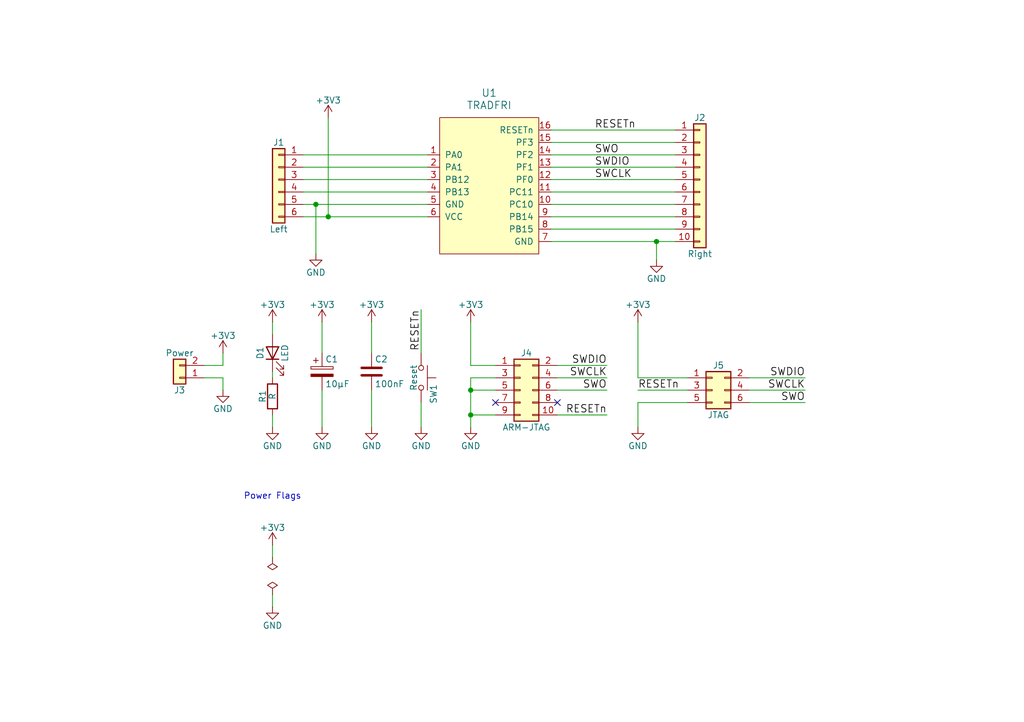
<source format=kicad_sch>
(kicad_sch (version 20231120) (generator "eeschema") (generator_version "8.0")
  (paper "User" 210.007 148.006)
  (lib_symbols
    (symbol "Connector_Generic:Conn_01x02" (pin_names (offset 1.016) hide)
      (property "Reference" "J" (at 0 2.54 0))
      (property "Value" "Conn_01x02" (at 0 -5.08 0))
      (symbol "Conn_01x02_1_1"
        (rectangle (start -1.27 -2.413) (end 0 -2.667) (stroke (width 0.1524)))
        (rectangle (start -1.27 0.127) (end 0 -0.127) (stroke (width 0.1524)))
        (rectangle (start -1.27 1.27) (end 1.27 -3.81) (stroke (width 0.254)) (fill (type background)))
        (pin passive line (at -5.08 0 0) (length 3.81) (name "Pin_1") (number "1"))
        (pin passive line (at -5.08 -2.54 0) (length 3.81) (name "Pin_2") (number "2"))
      )
    )
    (symbol "Connector_Generic:Conn_01x06" (pin_names (offset 1.016) hide)
      (property "Reference" "J" (at 0 7.62 0))
      (property "Value" "Conn_01x06" (at 0 -10.16 0))
      (symbol "Conn_01x06_1_1"
        (rectangle (start -1.27 -7.493) (end 0 -7.747) (stroke (width 0.1524)))
        (rectangle (start -1.27 -4.953) (end 0 -5.207) (stroke (width 0.1524)))
        (rectangle (start -1.27 -2.413) (end 0 -2.667) (stroke (width 0.1524)))
        (rectangle (start -1.27 0.127) (end 0 -0.127) (stroke (width 0.1524)))
        (rectangle (start -1.27 2.667) (end 0 2.413) (stroke (width 0.1524)))
        (rectangle (start -1.27 5.207) (end 0 4.953) (stroke (width 0.1524)))
        (rectangle (start -1.27 6.35) (end 1.27 -8.89) (stroke (width 0.254)) (fill (type background)))
        (pin passive line (at -5.08 5.08 0) (length 3.81) (name "Pin_1") (number "1"))
        (pin passive line (at -5.08 2.54 0) (length 3.81) (name "Pin_2") (number "2"))
        (pin passive line (at -5.08 0 0) (length 3.81) (name "Pin_3") (number "3"))
        (pin passive line (at -5.08 -2.54 0) (length 3.81) (name "Pin_4") (number "4"))
        (pin passive line (at -5.08 -5.08 0) (length 3.81) (name "Pin_5") (number "5"))
        (pin passive line (at -5.08 -7.62 0) (length 3.81) (name "Pin_6") (number "6"))
      )
    )
    (symbol "Connector_Generic:Conn_01x10" (pin_names (offset 1.016) hide)
      (property "Reference" "J" (at 0 12.7 0))
      (property "Value" "Conn_01x10" (at 0 -15.24 0))
      (symbol "Conn_01x10_1_1"
        (rectangle (start -1.27 -12.573) (end 0 -12.827) (stroke (width 0.1524)))
        (rectangle (start -1.27 -10.033) (end 0 -10.287) (stroke (width 0.1524)))
        (rectangle (start -1.27 -7.493) (end 0 -7.747) (stroke (width 0.1524)))
        (rectangle (start -1.27 -4.953) (end 0 -5.207) (stroke (width 0.1524)))
        (rectangle (start -1.27 -2.413) (end 0 -2.667) (stroke (width 0.1524)))
        (rectangle (start -1.27 0.127) (end 0 -0.127) (stroke (width 0.1524)))
        (rectangle (start -1.27 2.667) (end 0 2.413) (stroke (width 0.1524)))
        (rectangle (start -1.27 5.207) (end 0 4.953) (stroke (width 0.1524)))
        (rectangle (start -1.27 7.747) (end 0 7.493) (stroke (width 0.1524)))
        (rectangle (start -1.27 10.287) (end 0 10.033) (stroke (width 0.1524)))
        (rectangle (start -1.27 11.43) (end 1.27 -13.97) (stroke (width 0.254)) (fill (type background)))
        (pin passive line (at -5.08 10.16 0) (length 3.81) (name "Pin_1") (number "1"))
        (pin passive line (at -5.08 -12.7 0) (length 3.81) (name "Pin_10") (number "10"))
        (pin passive line (at -5.08 7.62 0) (length 3.81) (name "Pin_2") (number "2"))
        (pin passive line (at -5.08 5.08 0) (length 3.81) (name "Pin_3") (number "3"))
        (pin passive line (at -5.08 2.54 0) (length 3.81) (name "Pin_4") (number "4"))
        (pin passive line (at -5.08 0 0) (length 3.81) (name "Pin_5") (number "5"))
        (pin passive line (at -5.08 -2.54 0) (length 3.81) (name "Pin_6") (number "6"))
        (pin passive line (at -5.08 -5.08 0) (length 3.81) (name "Pin_7") (number "7"))
        (pin passive line (at -5.08 -7.62 0) (length 3.81) (name "Pin_8") (number "8"))
        (pin passive line (at -5.08 -10.16 0) (length 3.81) (name "Pin_9") (number "9"))
      )
    )
    (symbol "Connector_Generic:Conn_02x03_Odd_Even" (pin_names (offset 1.016) hide)
      (property "Reference" "J" (at 1.27 5.08 0))
      (property "Value" "Conn_02x03_Odd_Even" (at 1.27 -5.08 0))
      (symbol "Conn_02x03_Odd_Even_1_1"
        (rectangle (start -1.27 -2.413) (end 0 -2.667) (stroke (width 0.1524)))
        (rectangle (start -1.27 0.127) (end 0 -0.127) (stroke (width 0.1524)))
        (rectangle (start -1.27 2.667) (end 0 2.413) (stroke (width 0.1524)))
        (rectangle (start -1.27 3.81) (end 3.81 -3.81) (stroke (width 0.254)) (fill (type background)))
        (rectangle (start 3.81 -2.413) (end 2.54 -2.667) (stroke (width 0.1524)))
        (rectangle (start 3.81 0.127) (end 2.54 -0.127) (stroke (width 0.1524)))
        (rectangle (start 3.81 2.667) (end 2.54 2.413) (stroke (width 0.1524)))
        (pin passive line (at -5.08 2.54 0) (length 3.81) (name "Pin_1") (number "1"))
        (pin passive line (at 7.62 2.54 180) (length 3.81) (name "Pin_2") (number "2"))
        (pin passive line (at -5.08 0 0) (length 3.81) (name "Pin_3") (number "3"))
        (pin passive line (at 7.62 0 180) (length 3.81) (name "Pin_4") (number "4"))
        (pin passive line (at -5.08 -2.54 0) (length 3.81) (name "Pin_5") (number "5"))
        (pin passive line (at 7.62 -2.54 180) (length 3.81) (name "Pin_6") (number "6"))
      )
    )
    (symbol "Connector_Generic:Conn_02x05_Odd_Even" (pin_names (offset 1.016) hide)
      (property "Reference" "J" (at 1.27 7.62 0))
      (property "Value" "Conn_02x05_Odd_Even" (at 1.27 -7.62 0))
      (symbol "Conn_02x05_Odd_Even_1_1"
        (rectangle (start -1.27 -4.953) (end 0 -5.207) (stroke (width 0.1524)))
        (rectangle (start -1.27 -2.413) (end 0 -2.667) (stroke (width 0.1524)))
        (rectangle (start -1.27 0.127) (end 0 -0.127) (stroke (width 0.1524)))
        (rectangle (start -1.27 2.667) (end 0 2.413) (stroke (width 0.1524)))
        (rectangle (start -1.27 5.207) (end 0 4.953) (stroke (width 0.1524)))
        (rectangle (start -1.27 6.35) (end 3.81 -6.35) (stroke (width 0.254)) (fill (type background)))
        (rectangle (start 3.81 -4.953) (end 2.54 -5.207) (stroke (width 0.1524)))
        (rectangle (start 3.81 -2.413) (end 2.54 -2.667) (stroke (width 0.1524)))
        (rectangle (start 3.81 0.127) (end 2.54 -0.127) (stroke (width 0.1524)))
        (rectangle (start 3.81 2.667) (end 2.54 2.413) (stroke (width 0.1524)))
        (rectangle (start 3.81 5.207) (end 2.54 4.953) (stroke (width 0.1524)))
        (pin passive line (at -5.08 5.08 0) (length 3.81) (name "Pin_1") (number "1"))
        (pin passive line (at 7.62 -5.08 180) (length 3.81) (name "Pin_10") (number "10"))
        (pin passive line (at 7.62 5.08 180) (length 3.81) (name "Pin_2") (number "2"))
        (pin passive line (at -5.08 2.54 0) (length 3.81) (name "Pin_3") (number "3"))
        (pin passive line (at 7.62 2.54 180) (length 3.81) (name "Pin_4") (number "4"))
        (pin passive line (at -5.08 0 0) (length 3.81) (name "Pin_5") (number "5"))
        (pin passive line (at 7.62 0 180) (length 3.81) (name "Pin_6") (number "6"))
        (pin passive line (at -5.08 -2.54 0) (length 3.81) (name "Pin_7") (number "7"))
        (pin passive line (at 7.62 -2.54 180) (length 3.81) (name "Pin_8") (number "8"))
        (pin passive line (at -5.08 -5.08 0) (length 3.81) (name "Pin_9") (number "9"))
      )
    )
    (symbol "Device:C" (pin_numbers hide) (pin_names (offset 0.254))
      (property "Reference" "C" (at 0.635 2.54 0))
      (property "Value" "C" (at 0.635 -2.54 0))
      (symbol "C_0_1"
        (polyline (pts (xy -2.032 -0.762) (xy 2.032 -0.762)) (stroke (width 0.508)))
        (polyline (pts (xy -2.032 0.762) (xy 2.032 0.762)) (stroke (width 0.508)))
      )
      (symbol "C_1_1"
        (pin passive line (at 0 3.81 270) (length 2.794) (name "~") (number "1"))
        (pin passive line (at 0 -3.81 90) (length 2.794) (name "~") (number "2"))
      )
    )
    (symbol "Device:C_Polarized" (pin_numbers hide) (pin_names (offset 0.254))
      (property "Reference" "C" (at 0.635 2.54 0))
      (property "Value" "C_Polarized" (at 0.635 -2.54 0))
      (symbol "C_Polarized_0_1"
        (rectangle (start -2.286 0.508) (end 2.286 1.016))
        (polyline (pts (xy -1.778 2.286) (xy -0.762 2.286)))
        (polyline (pts (xy -1.27 2.794) (xy -1.27 1.778)))
        (rectangle (start 2.286 -0.508) (end -2.286 -1.016) (fill (type outline)))
      )
      (symbol "C_Polarized_1_1"
        (pin passive line (at 0 3.81 270) (length 2.794) (name "~") (number "1"))
        (pin passive line (at 0 -3.81 90) (length 2.794) (name "~") (number "2"))
      )
    )
    (symbol "Device:LED" (pin_numbers hide) (pin_names (offset 1.016) hide)
      (property "Reference" "D" (at 0 2.54 0))
      (property "Value" "LED" (at 0 -2.54 0))
      (symbol "LED_0_1"
        (polyline (pts (xy -1.27 -1.27) (xy -1.27 1.27)) (stroke (width 0.254)))
        (polyline (pts (xy -1.27 0) (xy 1.27 0)))
        (polyline (pts (xy 1.27 -1.27) (xy 1.27 1.27) (xy -1.27 0) (xy 1.27 -1.27)) (stroke (width 0.254)))
        (polyline (pts (xy -3.048 -0.762) (xy -4.572 -2.286) (xy -3.81 -2.286) (xy -4.572 -2.286) (xy -4.572 -1.524)))
        (polyline (pts (xy -1.778 -0.762) (xy -3.302 -2.286) (xy -2.54 -2.286) (xy -3.302 -2.286) (xy -3.302 -1.524)))
      )
      (symbol "LED_1_1"
        (pin passive line (at -3.81 0 0) (length 2.54) (name "K") (number "1"))
        (pin passive line (at 3.81 0 180) (length 2.54) (name "A") (number "2"))
      )
    )
    (symbol "Device:R" (pin_numbers hide) (pin_names (offset 0))
      (property "Reference" "R" (at 2.032 0 90))
      (property "Value" "R" (at 0 0 90))
      (symbol "R_0_1"
        (rectangle (start -1.016 -2.54) (end 1.016 2.54) (stroke (width 0.254)))
      )
      (symbol "R_1_1"
        (pin passive line (at 0 3.81 270) (length 1.27) (name "~") (number "1"))
        (pin passive line (at 0 -3.81 90) (length 1.27) (name "~") (number "2"))
      )
    )
    (symbol "Switch:SW_Push" (pin_numbers hide) (pin_names (offset 1.016) hide)
      (property "Reference" "SW" (at 1.27 2.54 0))
      (property "Value" "SW_Push" (at 0 -1.524 0))
      (symbol "SW_Push_0_1"
        (circle (center -2.032 0) (radius 0.508))
        (polyline (pts (xy 0 1.27) (xy 0 3.048)))
        (polyline (pts (xy 2.54 1.27) (xy -2.54 1.27)))
        (circle (center 2.032 0) (radius 0.508))
        (pin passive line (at -5.08 0 0) (length 2.54) (name "1") (number "1"))
        (pin passive line (at 5.08 0 180) (length 2.54) (name "2") (number "2"))
      )
    )
    (symbol "ikea:TRADFRI" (pin_names (offset 1.016))
      (property "Reference" "U" (at -12.7 8.89 0))
      (property "Value" "TRADFRI" (at 0 8.89 0))
      (symbol "TRADFRI_1_1"
        (rectangle (start -15.24 7.62) (end 5.08 -20.32) (fill (type background)))
        (pin passive line (at -17.78 0 0) (length 2.54) (name "PA0") (number "1"))
        (pin passive line (at 7.62 -10.16 180) (length 2.54) (name "PC10") (number "10"))
        (pin passive line (at 7.62 -7.62 180) (length 2.54) (name "PC11") (number "11"))
        (pin passive line (at 7.62 -5.08 180) (length 2.54) (name "PF0") (number "12"))
        (pin passive line (at 7.62 -2.54 180) (length 2.54) (name "PF1") (number "13"))
        (pin passive line (at 7.62 0 180) (length 2.54) (name "PF2") (number "14"))
        (pin passive line (at 7.62 2.54 180) (length 2.54) (name "PF3") (number "15"))
        (pin passive line (at 7.62 5.08 180) (length 2.54) (name "RESETn") (number "16"))
        (pin passive line (at -17.78 -2.54 0) (length 2.54) (name "PA1") (number "2"))
        (pin passive line (at -17.78 -5.08 0) (length 2.54) (name "PB12") (number "3"))
        (pin passive line (at -17.78 -7.62 0) (length 2.54) (name "PB13") (number "4"))
        (pin power_in line (at -17.78 -10.16 0) (length 2.54) (name "GND") (number "5"))
        (pin power_in line (at -17.78 -12.7 0) (length 2.54) (name "VCC") (number "6"))
        (pin power_in line (at 7.62 -17.78 180) (length 2.54) (name "GND") (number "7"))
        (pin passive line (at 7.62 -15.24 180) (length 2.54) (name "PB15") (number "8"))
        (pin passive line (at 7.62 -12.7 180) (length 2.54) (name "PB14") (number "9"))
      )
    )
    (symbol "power:+3V3" (power) (pin_numbers hide) (pin_names (offset 0) hide)
      (property "Value" "+3V3" (at 0 3.556 0))
      (symbol "+3V3_0_1"
        (polyline (pts (xy -0.762 1.27) (xy 0 2.54)))
        (polyline (pts (xy 0 0) (xy 0 2.54)))
        (polyline (pts (xy 0 2.54) (xy 0.762 1.27)))
      )
      (symbol "+3V3_1_1"
        (pin power_in line (at 0 0 90) (length 0) (name "~") (number "1"))
      )
    )
    (symbol "power:GND" (power) (pin_numbers hide) (pin_names (offset 0) hide)
      (property "Value" "GND" (at 0 -3.81 0))
      (symbol "GND_0_1"
        (polyline (pts (xy 0 0) (xy 0 -1.27) (xy 1.27 -1.27) (xy 0 -2.54) (xy -1.27 -1.27) (xy 0 -1.27)))
      )
      (symbol "GND_1_1"
        (pin power_in line (at 0 0 270) (length 0) (name "~") (number "1"))
      )
    )
    (symbol "power:PWR_FLAG" (power) (pin_numbers hide) (pin_names (offset 0) hide)
      (property "Value" "PWR_FLAG" (at 0 3.81 0))
      (symbol "PWR_FLAG_0_0"
        (pin power_out line (at 0 0 90) (length 0) (name "~") (number "1"))
      )
      (symbol "PWR_FLAG_0_1"
        (polyline (pts (xy 0 0) (xy 0 1.27) (xy -1.016 1.905) (xy 0 2.54) (xy 1.016 1.905) (xy 0 1.27)))
      )
    )
  )
  (junction (at 67.31 44.45))
  (junction (at 96.52 80.01))
  (junction (at 96.52 85.09))
  (junction (at 64.77 41.91))
  (junction (at 134.62 49.53))
  (no_connect (at 114.3 82.55))
  (no_connect (at 101.6 82.55))
  (wire (pts (xy 55.88 121.92) (xy 55.88 124.46)))
  (wire (pts (xy 96.52 77.47) (xy 101.6 77.47)))
  (wire (pts (xy 130.81 80.01) (xy 140.97 80.01)))
  (wire (pts (xy 114.3 77.47) (xy 124.46 77.47)))
  (wire (pts (xy 62.23 31.75) (xy 87.63 31.75)))
  (wire (pts (xy 66.04 80.01) (xy 66.04 87.63)))
  (wire (pts (xy 113.03 49.53) (xy 134.62 49.53)))
  (wire (pts (xy 113.03 36.83) (xy 138.43 36.83)))
  (wire (pts (xy 153.67 82.55) (xy 165.1 82.55)))
  (wire (pts (xy 76.2 80.01) (xy 76.2 87.63)))
  (wire (pts (xy 41.91 74.93) (xy 45.72 74.93)))
  (wire (pts (xy 62.23 41.91) (xy 64.77 41.91)))
  (wire (pts (xy 55.88 68.58) (xy 55.88 66.04)))
  (wire (pts (xy 62.23 36.83) (xy 87.63 36.83)))
  (wire (pts (xy 113.03 44.45) (xy 138.43 44.45)))
  (wire (pts (xy 76.2 72.39) (xy 76.2 66.04)))
  (wire (pts (xy 153.67 77.47) (xy 165.1 77.47)))
  (wire (pts (xy 130.81 66.04) (xy 130.81 77.47)))
  (wire (pts (xy 130.81 82.55) (xy 130.81 87.63)))
  (wire (pts (xy 96.52 74.93) (xy 101.6 74.93)))
  (wire (pts (xy 96.52 85.09) (xy 101.6 85.09)))
  (wire (pts (xy 96.52 80.01) (xy 101.6 80.01)))
  (wire (pts (xy 55.88 87.63) (xy 55.88 85.09)))
  (wire (pts (xy 62.23 39.37) (xy 87.63 39.37)))
  (wire (pts (xy 55.88 77.47) (xy 55.88 76.2)))
  (wire (pts (xy 130.81 82.55) (xy 140.97 82.55)))
  (wire (pts (xy 66.04 66.04) (xy 66.04 72.39)))
  (wire (pts (xy 113.03 26.67) (xy 138.43 26.67)))
  (wire (pts (xy 62.23 34.29) (xy 87.63 34.29)))
  (wire (pts (xy 130.81 77.47) (xy 140.97 77.47)))
  (wire (pts (xy 86.36 82.55) (xy 86.36 87.63)))
  (wire (pts (xy 41.91 77.47) (xy 45.72 77.47)))
  (wire (pts (xy 67.31 24.13) (xy 67.31 44.45)))
  (wire (pts (xy 67.31 44.45) (xy 87.63 44.45)))
  (wire (pts (xy 96.52 80.01) (xy 96.52 85.09)))
  (wire (pts (xy 62.23 44.45) (xy 67.31 44.45)))
  (wire (pts (xy 96.52 77.47) (xy 96.52 80.01)))
  (wire (pts (xy 114.3 74.93) (xy 124.46 74.93)))
  (wire (pts (xy 64.77 41.91) (xy 64.77 52.07)))
  (wire (pts (xy 114.3 80.01) (xy 124.46 80.01)))
  (wire (pts (xy 114.3 85.09) (xy 124.46 85.09)))
  (wire (pts (xy 134.62 49.53) (xy 138.43 49.53)))
  (wire (pts (xy 86.36 63.5) (xy 86.36 72.39)))
  (wire (pts (xy 113.03 34.29) (xy 138.43 34.29)))
  (wire (pts (xy 134.62 49.53) (xy 134.62 53.34)))
  (wire (pts (xy 96.52 74.93) (xy 96.52 66.04)))
  (wire (pts (xy 113.03 29.21) (xy 138.43 29.21)))
  (wire (pts (xy 113.03 31.75) (xy 138.43 31.75)))
  (wire (pts (xy 153.67 80.01) (xy 165.1 80.01)))
  (wire (pts (xy 113.03 46.99) (xy 138.43 46.99)))
  (wire (pts (xy 45.72 74.93) (xy 45.72 72.39)))
  (wire (pts (xy 64.77 41.91) (xy 87.63 41.91)))
  (wire (pts (xy 55.88 111.76) (xy 55.88 114.3)))
  (wire (pts (xy 113.03 39.37) (xy 138.43 39.37)))
  (wire (pts (xy 45.72 77.47) (xy 45.72 80.01)))
  (wire (pts (xy 96.52 85.09) (xy 96.52 87.63)))
  (wire (pts (xy 113.03 41.91) (xy 138.43 41.91)))
  (text "Power Flags" (at 55.88 101.854 0) (effects (font (size 1.27 1.27))))
  (label "RESETn" (at 86.36 63.5 270) (effects (font (size 1.524 1.524))))
  (label "RESETn" (at 121.92 26.67 0) (effects (font (size 1.524 1.524))))
  (label "SWO" (at 121.92 31.75 0) (effects (font (size 1.524 1.524))))
  (label "SWDIO" (at 121.92 34.29 0) (effects (font (size 1.524 1.524))))
  (label "SWCLK" (at 124.46 77.47 180) (effects (font (size 1.524 1.524))))
  (label "SWO" (at 124.46 80.01 180) (effects (font (size 1.524 1.524))))
  (label "SWDIO" (at 124.46 74.93 180) (effects (font (size 1.524 1.524))))
  (label "SWCLK" (at 165.1 80.01 180) (effects (font (size 1.524 1.524))))
  (label "SWO" (at 165.1 82.55 180) (effects (font (size 1.524 1.524))))
  (label "SWCLK" (at 121.92 36.83 0) (effects (font (size 1.524 1.524))))
  (label "RESETn" (at 130.81 80.01 0) (effects (font (size 1.524 1.524))))
  (label "RESETn" (at 124.46 85.09 180) (effects (font (size 1.524 1.524))))
  (label "SWDIO" (at 165.1 77.47 180) (effects (font (size 1.524 1.524))))
  (symbol (lib_id "Connector_Generic:Conn_01x10") (at 143.51 36.83 0) (unit 1)
    (property "Reference" "J2" (at 143.51 24.13 0))
    (property "Value" "Right" (at 143.51 52.07 0))
    (property "Footprint" "Connector_PinHeader_2.54mm:PinHeader_1x10_P2.54mm_Vertical" (effects (hide yes)))
    (property "Description" "Generic connector, single row, 01x10, script generated (kicad-library-utils/schlib/autogen/connector/)" (effects (hide yes)))
  )
  (symbol (lib_id "Connector_Generic:Conn_01x06") (at 57.15 36.83 0) (mirror y) (unit 1)
    (property "Reference" "J1" (at 57.15 29.21 0))
    (property "Value" "Left" (at 57.15 46.99 0))
    (property "Footprint" "Connector_PinHeader_2.54mm:PinHeader_1x06_P2.54mm_Vertical" (effects (hide yes)))
    (property "Description" "Generic connector, single row, 01x06, script generated (kicad-library-utils/schlib/autogen/connector/)" (effects (hide yes)))
  )
  (symbol (lib_id "power:GND") (at 64.77 52.07 0) (unit 1)
    (property "Reference" "#PWR02" (effects (hide yes)))
    (property "Value" "GND" (at 64.77 55.88 0))
    (property "Description" "Power symbol creates a global label with name \"GND\" , ground" (effects (hide yes)))
  )
  (symbol (lib_id "power:+3V3") (at 67.31 24.13 0) (unit 1)
    (property "Reference" "#PWR01" (effects (hide yes)))
    (property "Value" "+3V3" (at 67.31 20.574 0))
    (property "Description" "Power symbol creates a global label with name \"+3V3\"" (effects (hide yes)))
  )
  (symbol (lib_id "Switch:SW_Push") (at 86.36 77.47 270) (unit 1)
    (property "Reference" "SW1" (at 88.9 78.74 0) (effects (justify left)))
    (property "Value" "Reset" (at 84.836 77.47 0))
    (property "Footprint" "Button_Switch_THT:SW_PUSH_6mm" (effects (hide yes)))
    (property "Description" "Push button switch, generic, two pins" (effects (hide yes)))
  )
  (symbol (lib_id "power:GND") (at 86.36 87.63 0) (unit 1)
    (property "Reference" "#PWR014" (effects (hide yes)))
    (property "Value" "GND" (at 86.36 91.44 0))
    (property "Description" "Power symbol creates a global label with name \"GND\" , ground" (effects (hide yes)))
  )
  (symbol (lib_id "Connector_Generic:Conn_01x02") (at 36.83 77.47 180) (unit 1)
    (property "Reference" "J3" (at 36.83 80.01 0))
    (property "Value" "Power" (at 36.83 72.39 0))
    (property "Footprint" "Connector_PinHeader_2.54mm:PinHeader_1x02_P2.54mm_Vertical" (effects (hide yes)))
    (property "Description" "Generic connector, single row, 01x02, script generated (kicad-library-utils/schlib/autogen/connector/)" (effects (hide yes)))
  )
  (symbol (lib_id "power:GND") (at 134.62 53.34 0) (unit 1)
    (property "Reference" "#PWR03" (effects (hide yes)))
    (property "Value" "GND" (at 134.62 57.15 0))
    (property "Description" "Power symbol creates a global label with name \"GND\" , ground" (effects (hide yes)))
  )
  (symbol (lib_id "power:GND") (at 45.72 80.01 0) (unit 1)
    (property "Reference" "#PWR010" (effects (hide yes)))
    (property "Value" "GND" (at 45.72 83.82 0))
    (property "Description" "Power symbol creates a global label with name \"GND\" , ground" (effects (hide yes)))
  )
  (symbol (lib_id "power:+3V3") (at 45.72 72.39 0) (unit 1)
    (property "Reference" "#PWR09" (effects (hide yes)))
    (property "Value" "+3V3" (at 45.72 68.834 0))
    (property "Description" "Power symbol creates a global label with name \"+3V3\"" (effects (hide yes)))
  )
  (symbol (lib_id "power:+3V3") (at 55.88 66.04 0) (unit 1)
    (property "Reference" "#PWR04" (effects (hide yes)))
    (property "Value" "+3V3" (at 55.88 62.484 0))
    (property "Description" "Power symbol creates a global label with name \"+3V3\"" (effects (hide yes)))
  )
  (symbol (lib_id "Device:LED") (at 55.88 72.39 90) (unit 1)
    (property "Reference" "D1" (at 53.34 72.39 0))
    (property "Value" "LED" (at 58.42 72.39 0))
    (property "Footprint" "LED_SMD:LED_0805_2012Metric_Pad1.15x1.40mm_HandSolder" (effects (hide yes)))
    (property "Description" "Light emitting diode" (effects (hide yes)))
  )
  (symbol (lib_id "Device:R") (at 55.88 81.28 180) (unit 1)
    (property "Reference" "R1" (at 53.848 81.28 90))
    (property "Value" "R" (at 55.88 81.28 90))
    (property "Footprint" "Resistor_SMD:R_0805_2012Metric_Pad1.20x1.40mm_HandSolder" (effects (hide yes)))
    (property "Description" "Resistor" (effects (hide yes)))
  )
  (symbol (lib_id "power:GND") (at 55.88 87.63 0) (unit 1)
    (property "Reference" "#PWR011" (effects (hide yes)))
    (property "Value" "GND" (at 55.88 91.44 0))
    (property "Description" "Power symbol creates a global label with name \"GND\" , ground" (effects (hide yes)))
  )
  (symbol (lib_id "Device:C_Polarized") (at 66.04 76.2 0) (unit 1)
    (property "Reference" "C1" (at 66.675 73.66 0) (effects (justify left)))
    (property "Value" "10µF" (at 66.675 78.74 0) (effects (justify left)))
    (property "Footprint" "Capacitor_SMD:CP_Elec_3x5.3" (effects (hide yes)))
    (property "Description" "Polarized capacitor" (effects (hide yes)))
  )
  (symbol (lib_id "Device:C") (at 76.2 76.2 0) (unit 1)
    (property "Reference" "C2" (at 76.835 73.66 0) (effects (justify left)))
    (property "Value" "100nF" (at 76.835 78.74 0) (effects (justify left)))
    (property "Footprint" "Capacitor_SMD:C_0805_2012Metric_Pad1.18x1.45mm_HandSolder" (effects (hide yes)))
    (property "Description" "Unpolarized capacitor" (effects (hide yes)))
  )
  (symbol (lib_id "power:+3V3") (at 66.04 66.04 0) (unit 1)
    (property "Reference" "#PWR05" (effects (hide yes)))
    (property "Value" "+3V3" (at 66.04 62.484 0))
    (property "Description" "Power symbol creates a global label with name \"+3V3\"" (effects (hide yes)))
  )
  (symbol (lib_id "power:+3V3") (at 76.2 66.04 0) (unit 1)
    (property "Reference" "#PWR06" (effects (hide yes)))
    (property "Value" "+3V3" (at 76.2 62.484 0))
    (property "Description" "Power symbol creates a global label with name \"+3V3\"" (effects (hide yes)))
  )
  (symbol (lib_id "power:GND") (at 66.04 87.63 0) (unit 1)
    (property "Reference" "#PWR012" (effects (hide yes)))
    (property "Value" "GND" (at 66.04 91.44 0))
    (property "Description" "Power symbol creates a global label with name \"GND\" , ground" (effects (hide yes)))
  )
  (symbol (lib_id "power:GND") (at 76.2 87.63 0) (unit 1)
    (property "Reference" "#PWR013" (effects (hide yes)))
    (property "Value" "GND" (at 76.2 91.44 0))
    (property "Description" "Power symbol creates a global label with name \"GND\" , ground" (effects (hide yes)))
  )
  (symbol (lib_id "Connector_Generic:Conn_02x05_Odd_Even") (at 106.68 80.01 0) (unit 1)
    (property "Reference" "J4" (at 107.95 72.39 0))
    (property "Value" "ARM-JTAG" (at 107.95 87.63 0))
    (property "Footprint" "Connector_PinHeader_1.27mm:PinHeader_2x05_P1.27mm_Vertical" (effects (hide yes)))
    (property "Description" "Generic connector, double row, 02x05, odd/even pin numbering scheme (row 1 odd numbers, row 2 even numbers), script generated (kicad-library-utils/schlib/autogen/connector/)" (effects (hide yes)))
  )
  (symbol (lib_id "Connector_Generic:Conn_02x03_Odd_Even") (at 146.05 80.01 0) (unit 1)
    (property "Reference" "J5" (at 147.32 74.93 0))
    (property "Value" "JTAG" (at 147.32 85.09 0))
    (property "Footprint" "Connector_PinHeader_2.54mm:PinHeader_2x03_P2.54mm_Vertical" (effects (hide yes)))
    (property "Description" "Generic connector, double row, 02x03, odd/even pin numbering scheme (row 1 odd numbers, row 2 even numbers), script generated (kicad-library-utils/schlib/autogen/connector/)" (effects (hide yes)))
  )
  (symbol (lib_id "power:GND") (at 96.52 87.63 0) (unit 1)
    (property "Reference" "#PWR015" (effects (hide yes)))
    (property "Value" "GND" (at 96.52 91.44 0))
    (property "Description" "Power symbol creates a global label with name \"GND\" , ground" (effects (hide yes)))
  )
  (symbol (lib_id "power:+3V3") (at 96.52 66.04 0) (unit 1)
    (property "Reference" "#PWR07" (effects (hide yes)))
    (property "Value" "+3V3" (at 96.52 62.484 0))
    (property "Description" "Power symbol creates a global label with name \"+3V3\"" (effects (hide yes)))
  )
  (symbol (lib_id "power:+3V3") (at 130.81 66.04 0) (unit 1)
    (property "Reference" "#PWR08" (effects (hide yes)))
    (property "Value" "+3V3" (at 130.81 62.484 0))
    (property "Description" "Power symbol creates a global label with name \"+3V3\"" (effects (hide yes)))
  )
  (symbol (lib_id "power:GND") (at 130.81 87.63 0) (unit 1)
    (property "Reference" "#PWR016" (effects (hide yes)))
    (property "Value" "GND" (at 130.81 91.44 0))
    (property "Description" "Power symbol creates a global label with name \"GND\" , ground" (effects (hide yes)))
  )
  (symbol (lib_id "power:PWR_FLAG") (at 55.88 114.3 180) (unit 1)
    (property "Reference" "#FLG01" (effects (hide yes)))
    (property "Value" "PWR_FLAG" (effects (hide yes)))
    (property "Description" "Special symbol for telling ERC where power comes from" (effects (hide yes)))
  )
  (symbol (lib_id "power:GND") (at 55.88 124.46 0) (unit 1)
    (property "Reference" "#PWR018" (effects (hide yes)))
    (property "Value" "GND" (at 55.88 128.27 0))
    (property "Description" "Power symbol creates a global label with name \"GND\" , ground" (effects (hide yes)))
  )
  (symbol (lib_id "power:PWR_FLAG") (at 55.88 121.92 0) (unit 1)
    (property "Reference" "#FLG02" (effects (hide yes)))
    (property "Value" "PWR_FLAG" (effects (hide yes)))
    (property "Description" "Special symbol for telling ERC where power comes from" (effects (hide yes)))
  )
  (symbol (lib_id "power:+3V3") (at 55.88 111.76 0) (unit 1)
    (property "Reference" "#PWR017" (effects (hide yes)))
    (property "Value" "+3V3" (at 55.88 108.204 0))
    (property "Description" "Power symbol creates a global label with name \"+3V3\"" (effects (hide yes)))
  )
  (symbol (lib_id "ikea:TRADFRI") (at 105.41 31.75 0) (unit 1)
    (property "Reference" "U1" (at 100.33 19.05 0) (effects (font (size 1.524 1.524))))
    (property "Value" "TRADFRI" (at 100.33 21.59 0) (effects (font (size 1.524 1.524))))
    (property "Footprint" "IKEA:TRADFRI_PCB2.0" (effects (hide yes)))
  )
)
</source>
